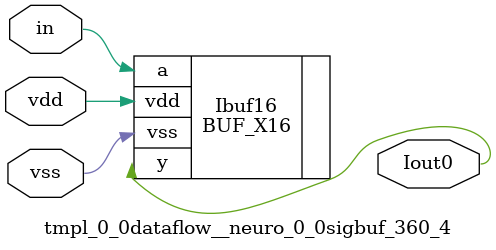
<source format=v>
module tmpl_0_0dataflow__neuro_0_0sigbuf_360_4(in, Iout0 , vdd, vss); 
   input vdd;
   input vss;
   input in;
   

// -- signals ---
   wire in;
   output Iout0 ;

// --- instances
BUF_X16 Ibuf16  (.y(Iout0 ), .a(in), .vdd(vdd), .vss(vss));
endmodule
</source>
